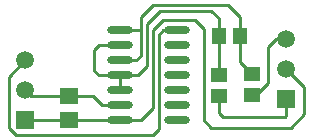
<source format=gtl>
G04*
G04 #@! TF.GenerationSoftware,Altium Limited,Altium Designer,18.0.12 (696)*
G04*
G04 Layer_Physical_Order=1*
G04 Layer_Color=255*
%FSLAX42Y42*%
%MOMM*%
G71*
G01*
G75*
%ADD10R,1.50X1.40*%
%ADD11O,2.20X0.60*%
%ADD12R,1.20X1.40*%
%ADD13R,1.40X1.20*%
%ADD14C,0.25*%
%ADD15R,1.50X1.50*%
%ADD16C,1.50*%
D10*
X686Y168D02*
D03*
Y368D02*
D03*
D11*
X1119Y927D02*
D03*
Y800D02*
D03*
Y673D02*
D03*
Y546D02*
D03*
Y419D02*
D03*
Y292D02*
D03*
Y165D02*
D03*
X1599Y927D02*
D03*
Y800D02*
D03*
Y673D02*
D03*
Y546D02*
D03*
Y419D02*
D03*
Y292D02*
D03*
Y165D02*
D03*
D12*
X1956Y876D02*
D03*
X2136D02*
D03*
D13*
X2235Y559D02*
D03*
Y379D02*
D03*
X1956Y546D02*
D03*
Y366D02*
D03*
D14*
X1116Y168D02*
X1119Y165D01*
X686Y168D02*
X1116D01*
X1295Y927D02*
Y1041D01*
Y711D02*
Y927D01*
X1119D02*
X1295D01*
Y1041D02*
X1397Y1143D01*
X317Y419D02*
X368Y368D01*
X686D01*
X889D01*
X965Y292D01*
X1119D01*
X2527Y597D02*
X2680Y445D01*
Y216D02*
Y445D01*
X2565Y102D02*
X2680Y216D01*
X1892Y102D02*
X2565D01*
X1829Y165D02*
X1892Y102D01*
X1829Y165D02*
Y940D01*
X1753Y1016D02*
X1829Y940D01*
X1486Y1016D02*
X1753D01*
X1397Y927D02*
X1486Y1016D01*
X1397Y267D02*
Y927D01*
X1295Y165D02*
X1397Y267D01*
X1119Y165D02*
X1295D01*
X683D02*
X686Y168D01*
X317Y165D02*
X683D01*
X1486Y927D02*
X1599D01*
X1448Y889D02*
X1486Y927D01*
X1448Y89D02*
Y889D01*
X1397Y38D02*
X1448Y89D01*
X241Y38D02*
X1397D01*
X227Y52D02*
X241Y38D01*
X227Y52D02*
X227D01*
X178Y101D02*
X227Y52D01*
X178Y101D02*
Y533D01*
X317Y673D01*
X1346Y978D02*
X1460Y1092D01*
X1346Y622D02*
Y978D01*
X1270Y546D02*
X1346Y622D01*
X1460Y1092D02*
X1892D01*
X1956Y876D02*
Y1028D01*
X1892Y1092D02*
X1956Y1028D01*
X2136Y876D02*
Y1039D01*
X2032Y1143D02*
X2136Y1039D01*
X1397Y1143D02*
X2032D01*
X1257Y673D02*
X1295Y711D01*
X2438Y851D02*
X2527D01*
X2375Y787D02*
X2438Y851D01*
X2375Y483D02*
Y787D01*
X2271Y379D02*
X2375Y483D01*
X2235Y379D02*
X2271D01*
X1956Y546D02*
X1956Y547D01*
Y876D01*
X2136Y658D02*
X2235Y559D01*
X2136Y658D02*
Y876D01*
X2527Y203D02*
Y343D01*
X2515Y190D02*
X2527Y203D01*
X1994Y190D02*
X2515D01*
X1956Y229D02*
X1994Y190D01*
X1956Y229D02*
Y366D01*
X1119Y546D02*
X1270D01*
X1119Y673D02*
X1257D01*
X940Y546D02*
X1119D01*
X902Y584D02*
X940Y546D01*
X902Y584D02*
Y762D01*
X940Y800D01*
X1119D01*
Y419D02*
Y546D01*
D15*
X2527Y343D02*
D03*
X317Y165D02*
D03*
D16*
X2527Y597D02*
D03*
Y851D02*
D03*
X317Y419D02*
D03*
Y673D02*
D03*
M02*

</source>
